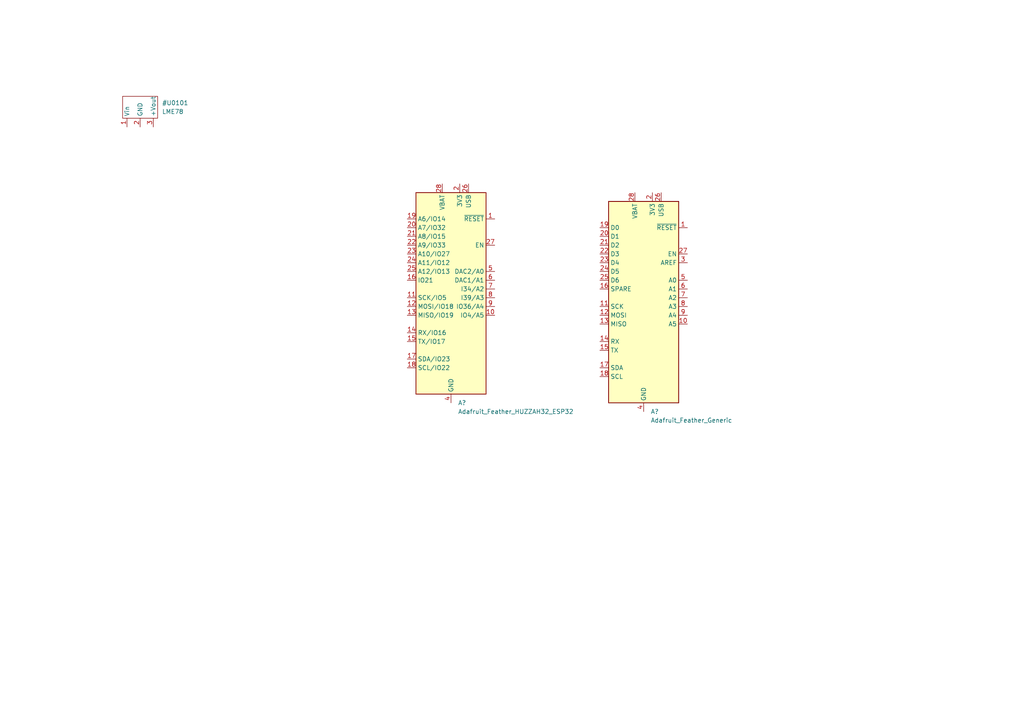
<source format=kicad_sch>
(kicad_sch (version 20211123) (generator eeschema)
  (paper "A4")
  (lib_symbols
    (symbol "MCU_Module:Adafruit_Feather_Generic"
      (property "Reference" "A" (at -10.16 29.21 0))
      (property "Value" "Adafruit_Feather_Generic" (at 2.54 -31.75 0))
      (symbol "Adafruit_Feather_Generic_0_1"
        (rectangle (start -10.16 27.94) (end 10.16 -30.48) (stroke (width 0.254)) (fill (type background)))
      )
      (symbol "Adafruit_Feather_Generic_1_1"
        (pin input line (at 12.7 20.32 180) (length 2.54) (name "~{RESET}") (number "1"))
        (pin bidirectional line (at 12.7 -7.62 180) (length 2.54) (name "A5") (number "10"))
        (pin bidirectional line (at -12.7 -2.54 0) (length 2.54) (name "SCK") (number "11"))
        (pin bidirectional line (at -12.7 -5.08 0) (length 2.54) (name "MOSI") (number "12"))
        (pin bidirectional line (at -12.7 -7.62 0) (length 2.54) (name "MISO") (number "13"))
        (pin bidirectional line (at -12.7 -12.7 0) (length 2.54) (name "RX") (number "14"))
        (pin bidirectional line (at -12.7 -15.24 0) (length 2.54) (name "TX") (number "15"))
        (pin bidirectional line (at -12.7 2.54 0) (length 2.54) (name "SPARE") (number "16"))
        (pin bidirectional line (at -12.7 -20.32 0) (length 2.54) (name "SDA") (number "17"))
        (pin bidirectional line (at -12.7 -22.86 0) (length 2.54) (name "SCL") (number "18"))
        (pin bidirectional line (at -12.7 20.32 0) (length 2.54) (name "D0") (number "19"))
        (pin power_in line (at 2.54 30.48 270) (length 2.54) (name "3V3") (number "2"))
        (pin bidirectional line (at -12.7 17.78 0) (length 2.54) (name "D1") (number "20"))
        (pin bidirectional line (at -12.7 15.24 0) (length 2.54) (name "D2") (number "21"))
        (pin bidirectional line (at -12.7 12.7 0) (length 2.54) (name "D3") (number "22"))
        (pin bidirectional line (at -12.7 10.16 0) (length 2.54) (name "D4") (number "23"))
        (pin bidirectional line (at -12.7 7.62 0) (length 2.54) (name "D5") (number "24"))
        (pin bidirectional line (at -12.7 5.08 0) (length 2.54) (name "D6") (number "25"))
        (pin power_in line (at 5.08 30.48 270) (length 2.54) (name "USB") (number "26"))
        (pin input line (at 12.7 12.7 180) (length 2.54) (name "EN") (number "27"))
        (pin power_in line (at -2.54 30.48 270) (length 2.54) (name "VBAT") (number "28"))
        (pin input line (at 12.7 10.16 180) (length 2.54) (name "AREF") (number "3"))
        (pin power_in line (at 0 -33.02 90) (length 2.54) (name "GND") (number "4"))
        (pin bidirectional line (at 12.7 5.08 180) (length 2.54) (name "A0") (number "5"))
        (pin bidirectional line (at 12.7 2.54 180) (length 2.54) (name "A1") (number "6"))
        (pin bidirectional line (at 12.7 0 180) (length 2.54) (name "A2") (number "7"))
        (pin bidirectional line (at 12.7 -2.54 180) (length 2.54) (name "A3") (number "8"))
        (pin bidirectional line (at 12.7 -5.08 180) (length 2.54) (name "A4") (number "9"))
      )
    )
    (symbol "MCU_Module:Adafruit_Feather_HUZZAH32_ESP32"
      (property "Reference" "A" (at -10.16 29.21 0))
      (property "Value" "Adafruit_Feather_HUZZAH32_ESP32" (at 2.54 -31.75 0))
      (symbol "Adafruit_Feather_HUZZAH32_ESP32_0_1"
        (rectangle (start -10.16 27.94) (end 10.16 -30.48) (stroke (width 0.254)) (fill (type background)))
      )
      (symbol "Adafruit_Feather_HUZZAH32_ESP32_1_1"
        (pin input line (at 12.7 20.32 180) (length 2.54) (name "~{RESET}") (number "1"))
        (pin bidirectional line (at 12.7 -7.62 180) (length 2.54) (name "IO4/A5") (number "10"))
        (pin bidirectional line (at -12.7 -2.54 0) (length 2.54) (name "SCK/IO5") (number "11"))
        (pin bidirectional line (at -12.7 -5.08 0) (length 2.54) (name "MOSI/IO18") (number "12"))
        (pin bidirectional line (at -12.7 -7.62 0) (length 2.54) (name "MISO/IO19") (number "13"))
        (pin bidirectional line (at -12.7 -12.7 0) (length 2.54) (name "RX/IO16") (number "14"))
        (pin bidirectional line (at -12.7 -15.24 0) (length 2.54) (name "TX/IO17") (number "15"))
        (pin bidirectional line (at -12.7 2.54 0) (length 2.54) (name "IO21") (number "16"))
        (pin bidirectional line (at -12.7 -20.32 0) (length 2.54) (name "SDA/IO23") (number "17"))
        (pin bidirectional line (at -12.7 -22.86 0) (length 2.54) (name "SCL/IO22") (number "18"))
        (pin bidirectional line (at -12.7 20.32 0) (length 2.54) (name "A6/IO14") (number "19"))
        (pin power_in line (at 2.54 30.48 270) (length 2.54) (name "3V3") (number "2"))
        (pin bidirectional line (at -12.7 17.78 0) (length 2.54) (name "A7/IO32") (number "20"))
        (pin bidirectional line (at -12.7 15.24 0) (length 2.54) (name "A8/IO15") (number "21"))
        (pin bidirectional line (at -12.7 12.7 0) (length 2.54) (name "A9/IO33") (number "22"))
        (pin bidirectional line (at -12.7 10.16 0) (length 2.54) (name "A10/IO27") (number "23"))
        (pin bidirectional line (at -12.7 7.62 0) (length 2.54) (name "A11/IO12") (number "24"))
        (pin bidirectional line (at -12.7 5.08 0) (length 2.54) (name "A12/IO13") (number "25"))
        (pin power_in line (at 5.08 30.48 270) (length 2.54) (name "USB") (number "26"))
        (pin input line (at 12.7 12.7 180) (length 2.54) (name "EN") (number "27"))
        (pin power_in line (at -2.54 30.48 270) (length 2.54) (name "VBAT") (number "28"))
        (pin no_connect line (at 10.16 10.16 180) (length 2.54) hide (name "NC") (number "3"))
        (pin power_in line (at 0 -33.02 90) (length 2.54) (name "GND") (number "4"))
        (pin bidirectional line (at 12.7 5.08 180) (length 2.54) (name "DAC2/A0") (number "5"))
        (pin bidirectional line (at 12.7 2.54 180) (length 2.54) (name "DAC1/A1") (number "6"))
        (pin bidirectional line (at 12.7 0 180) (length 2.54) (name "I34/A2") (number "7"))
        (pin bidirectional line (at 12.7 -2.54 180) (length 2.54) (name "I39/A3") (number "8"))
        (pin bidirectional line (at 12.7 -5.08 180) (length 2.54) (name "IO36/A4") (number "9"))
      )
    )
    (symbol "canspy:LME78" (power) (in_bom no) (on_board no)
      (property "Reference" "U" (at 0 3.81 0))
      (property "Value" "LME78" (at 0 6.35 0))
      (symbol "LME78_0_1"
        (rectangle (start -5.08 2.54) (end 5.08 -3.81))
      )
      (symbol "LME78_1_1"
        (pin input line (at -3.81 -6.35 90) (length 2.54) (name "Vin") (number "1"))
        (pin unspecified line (at 0 -6.35 90) (length 2.54) (name "GND") (number "2"))
        (pin output line (at 3.81 -6.35 90) (length 2.54) (name "+Vout") (number "3"))
      )
    )
  )
  (symbol (lib_id "MCU_Module:Adafruit_Feather_HUZZAH32_ESP32") (at 130.81 83.82 0) (unit 1)
    (property "Reference" "A?" (at 132.8294 116.84 0) (effects (justify left)))
    (property "Value" "Adafruit_Feather_HUZZAH32_ESP32" (at 132.8294 119.38 0) (effects (justify left)))
    (property "Footprint" "Module:Adafruit_Feather" (effects hide))
    (property "Datasheet" "https://cdn-learn.adafruit.com/downloads/pdf/adafruit-huzzah32-esp32-feather.pdf" (effects hide))
  )
  (symbol (lib_id "canspy:LME78") (at 40.64 30.48 0) (unit 1) (in_bom no) (on_board no)
    (property "Reference" "U?" (at 46.99 29.8449 0) (effects (justify left)))
    (property "Value" "LME78" (at 46.99 32.3849 0) (effects (justify left)))
    (property "Footprint" "canspy:LME78" (effects hide))
  )
  (symbol (lib_id "MCU_Module:Adafruit_Feather_Generic") (at 186.69 86.36 0) (unit 1)
    (property "Reference" "A?" (at 188.7094 119.38 0) (effects (justify left)))
    (property "Value" "Adafruit_Feather_Generic" (at 188.7094 121.92 0) (effects (justify left)))
    (property "Footprint" "Module:Adafruit_Feather" (effects hide))
    (property "Datasheet" "https://cdn-learn.adafruit.com/downloads/pdf/adafruit-feather.pdf" (effects hide))
  )
)
</source>
